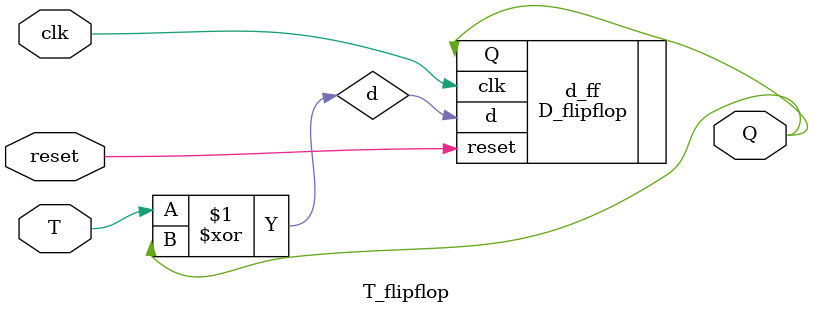
<source format=v>
`timescale 1ns / 1ps

module T_flipflop (
    input T, clk, reset,
    output Q
);
    wire d;
    assign d = T ^ Q; // T logic converted to D input
    D_flipflop d_ff (.clk(clk), .reset(reset), .d(d), .Q(Q));
endmodule

</source>
